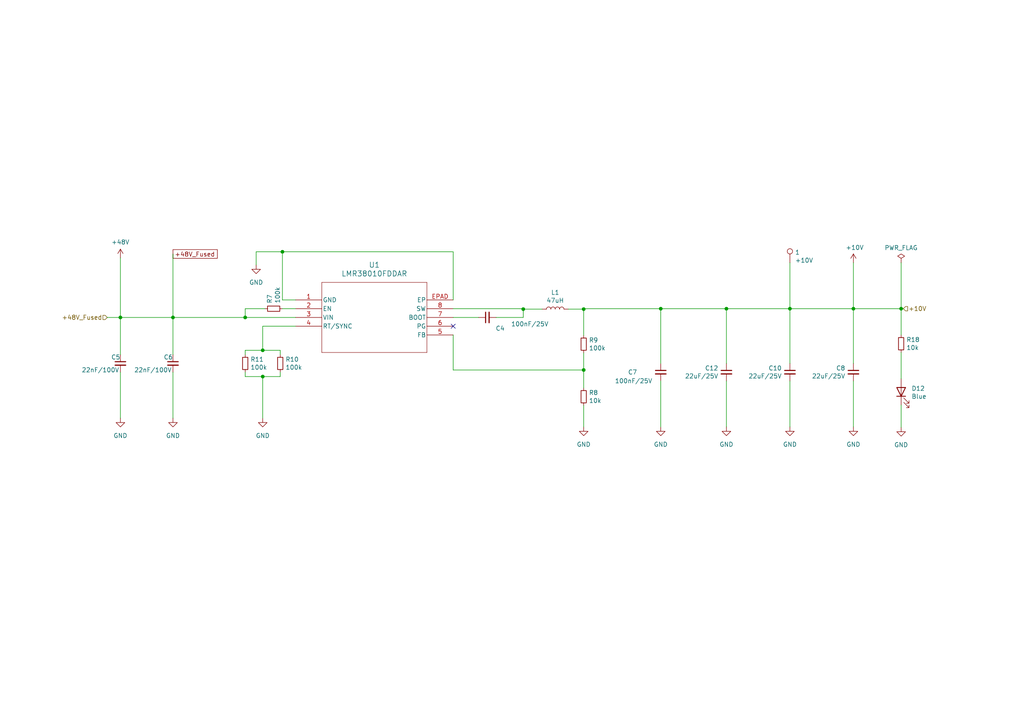
<source format=kicad_sch>
(kicad_sch (version 20230121) (generator eeschema)
  (paper "A4")
  (title_block (title "10V Supply") (date "2024-02-20") (rev "2") (comment 1 "L 22uH") (comment 2 "Cout 3x22uF") (comment 3 "Cin na 100V") (comment 4 "Upravy: Cboot kvalitní keramika"))
  (lib_symbols
    (symbol "Connector:TestPoint" (pin_numbers hide) (pin_names (offset 0.762) hide)
      (property "Reference" "TP" (at 0 6.858 0))
      (property "Value" "TestPoint" (at 0 5.08 0))
      (symbol "TestPoint_0_1"
        (circle (center 0 3.302) (radius 0.762))
      )
      (symbol "TestPoint_1_1"
        (pin passive line (at 0 0 90) (length 2.54) (name "1") (number "1"))
      )
    )
    (symbol "Device:C_Small" (pin_numbers hide) (pin_names (offset 0.254) hide)
      (property "Reference" "C" (at 0.254 1.778 0))
      (property "Value" "C_Small" (at 0.254 -2.032 0))
      (symbol "C_Small_0_1"
        (polyline (pts (xy -1.524 -0.508) (xy 1.524 -0.508)) (stroke (width 0.3302)))
        (polyline (pts (xy -1.524 0.508) (xy 1.524 0.508)) (stroke (width 0.3048)))
      )
      (symbol "C_Small_1_1"
        (pin passive line (at 0 2.54 270) (length 2.032) (name "~") (number "1"))
        (pin passive line (at 0 -2.54 90) (length 2.032) (name "~") (number "2"))
      )
    )
    (symbol "Device:L" (pin_numbers hide) (pin_names (offset 1.016) hide)
      (property "Reference" "L" (at -1.27 0 90))
      (property "Value" "L" (at 1.905 0 90))
      (symbol "L_0_1"
        (arc (start 0 -2.54) (mid 0.6323 -1.905) (end 0 -1.27))
        (arc (start 0 -1.27) (mid 0.6323 -0.635) (end 0 0))
        (arc (start 0 0) (mid 0.6323 0.635) (end 0 1.27))
        (arc (start 0 1.27) (mid 0.6323 1.905) (end 0 2.54))
      )
      (symbol "L_1_1"
        (pin passive line (at 0 3.81 270) (length 1.27) (name "1") (number "1"))
        (pin passive line (at 0 -3.81 90) (length 1.27) (name "2") (number "2"))
      )
    )
    (symbol "Device:LED" (pin_numbers hide) (pin_names (offset 1.016) hide)
      (property "Reference" "D" (at 0 2.54 0))
      (property "Value" "LED" (at 0 -2.54 0))
      (symbol "LED_0_1"
        (polyline (pts (xy -1.27 -1.27) (xy -1.27 1.27)) (stroke (width 0.254)))
        (polyline (pts (xy -1.27 0) (xy 1.27 0)))
        (polyline (pts (xy 1.27 -1.27) (xy 1.27 1.27) (xy -1.27 0) (xy 1.27 -1.27)) (stroke (width 0.254)))
        (polyline (pts (xy -3.048 -0.762) (xy -4.572 -2.286) (xy -3.81 -2.286) (xy -4.572 -2.286) (xy -4.572 -1.524)))
        (polyline (pts (xy -1.778 -0.762) (xy -3.302 -2.286) (xy -2.54 -2.286) (xy -3.302 -2.286) (xy -3.302 -1.524)))
      )
      (symbol "LED_1_1"
        (pin passive line (at -3.81 0 0) (length 2.54) (name "K") (number "1"))
        (pin passive line (at 3.81 0 180) (length 2.54) (name "A") (number "2"))
      )
    )
    (symbol "Device:R_Small" (pin_numbers hide) (pin_names (offset 0.254) hide)
      (property "Reference" "R" (at 0.762 0.508 0))
      (property "Value" "R_Small" (at 0.762 -1.016 0))
      (symbol "R_Small_0_1"
        (rectangle (start -0.762 1.778) (end 0.762 -1.778) (stroke (width 0.2032)))
      )
      (symbol "R_Small_1_1"
        (pin passive line (at 0 2.54 270) (length 0.762) (name "~") (number "1"))
        (pin passive line (at 0 -2.54 90) (length 0.762) (name "~") (number "2"))
      )
    )
    (symbol "LMR38010:LMR38010FDDAR" (pin_names (offset 0.254))
      (property "Reference" "U" (at 22.86 10.16 0))
      (property "Value" "LMR38010FDDAR" (at 22.86 7.62 0))
      (symbol "LMR38010FDDAR_0_1"
        (polyline (pts (xy 7.62 -15.24) (xy 38.1 -15.24)) (stroke (width 0.127)))
        (polyline (pts (xy 7.62 5.08) (xy 7.62 -15.24)) (stroke (width 0.127)))
        (polyline (pts (xy 38.1 -15.24) (xy 38.1 5.08)) (stroke (width 0.127)))
        (polyline (pts (xy 38.1 5.08) (xy 7.62 5.08)) (stroke (width 0.127)))
        (pin power_out line (at 0 0 0) (length 7.62) (name "GND") (number "1"))
        (pin unspecified line (at 0 -2.54 0) (length 7.62) (name "EN") (number "2"))
        (pin power_in line (at 0 -5.08 0) (length 7.62) (name "VIN") (number "3"))
        (pin unspecified line (at 0 -7.62 0) (length 7.62) (name "RT/SYNC") (number "4"))
        (pin unspecified line (at 45.72 -10.16 180) (length 7.62) (name "FB") (number "5"))
        (pin unspecified line (at 45.72 -7.62 180) (length 7.62) (name "PG") (number "6"))
        (pin power_in line (at 45.72 -5.08 180) (length 7.62) (name "BOOT") (number "7"))
        (pin power_in line (at 45.72 -2.54 180) (length 7.62) (name "SW") (number "8"))
        (pin power_out line (at 45.72 0 180) (length 7.62) (name "EP") (number "EPAD"))
      )
    )
    (symbol "power:+10V" (power) (pin_names (offset 0))
      (property "Value" "+10V" (at 0 3.556 0))
      (symbol "+10V_0_1"
        (polyline (pts (xy -0.762 1.27) (xy 0 2.54)))
        (polyline (pts (xy 0 0) (xy 0 2.54)))
        (polyline (pts (xy 0 2.54) (xy 0.762 1.27)))
      )
      (symbol "+10V_1_1"
        (pin power_in line (at 0 0 90) (length 0) hide (name "+10V") (number "1"))
      )
    )
    (symbol "power:+48V" (power) (pin_names (offset 0))
      (property "Value" "+48V" (at 0 3.556 0))
      (symbol "+48V_0_1"
        (polyline (pts (xy -0.762 1.27) (xy 0 2.54)))
        (polyline (pts (xy 0 0) (xy 0 2.54)))
        (polyline (pts (xy 0 2.54) (xy 0.762 1.27)))
      )
      (symbol "+48V_1_1"
        (pin power_in line (at 0 0 90) (length 0) hide (name "+48V") (number "1"))
      )
    )
    (symbol "power:GND" (power) (pin_names (offset 0))
      (property "Value" "GND" (at 0 -3.81 0))
      (symbol "GND_0_1"
        (polyline (pts (xy 0 0) (xy 0 -1.27) (xy 1.27 -1.27) (xy 0 -2.54) (xy -1.27 -1.27) (xy 0 -1.27)))
      )
      (symbol "GND_1_1"
        (pin power_in line (at 0 0 270) (length 0) hide (name "GND") (number "1"))
      )
    )
    (symbol "power:PWR_FLAG" (power) (pin_numbers hide) (pin_names (offset 0) hide)
      (property "Value" "PWR_FLAG" (at 0 3.81 0))
      (symbol "PWR_FLAG_0_0"
        (pin power_out line (at 0 0 90) (length 0) (name "pwr") (number "1"))
      )
      (symbol "PWR_FLAG_0_1"
        (polyline (pts (xy 0 0) (xy 0 1.27) (xy -1.016 1.905) (xy 0 2.54) (xy 1.016 1.905) (xy 0 1.27)))
      )
    )
  )
  (junction (at 247.523 89.535))
  (junction (at 169.291 89.662))
  (junction (at 229.108 89.535))
  (junction (at 169.291 107.315))
  (junction (at 81.915 73.025))
  (junction (at 151.765 89.662))
  (junction (at 50.165 92.075))
  (junction (at 210.693 89.535))
  (junction (at 191.643 89.535))
  (junction (at 76.2 109.22))
  (junction (at 76.2 101.6))
  (junction (at 261.366 89.535))
  (junction (at 71.12 92.075))
  (junction (at 34.925 92.075))
  (no_connect (at 131.445 94.615))
  (wire (pts (xy 71.12 89.535) (xy 71.12 92.075)))
  (wire (pts (xy 247.523 110.49) (xy 247.523 123.825)))
  (wire (pts (xy 151.765 92.075) (xy 151.765 89.662)))
  (wire (pts (xy 34.925 107.95) (xy 34.925 121.285)))
  (wire (pts (xy 50.165 92.075) (xy 71.12 92.075)))
  (wire (pts (xy 81.28 102.87) (xy 81.28 101.6)))
  (wire (pts (xy 151.765 89.662) (xy 151.765 89.535)))
  (wire (pts (xy 50.165 73.66) (xy 50.165 92.075)))
  (wire (pts (xy 169.291 89.662) (xy 169.418 89.662)))
  (wire (pts (xy 169.291 102.362) (xy 169.291 107.315)))
  (wire (pts (xy 131.445 89.535) (xy 151.765 89.535)))
  (wire (pts (xy 131.445 73.025) (xy 81.915 73.025)))
  (wire (pts (xy 262.001 89.535) (xy 261.366 89.535)))
  (wire (pts (xy 76.2 109.22) (xy 76.2 121.285)))
  (wire (pts (xy 31.115 92.075) (xy 34.925 92.075)))
  (wire (pts (xy 169.291 89.662) (xy 169.291 97.282)))
  (wire (pts (xy 81.915 73.025) (xy 74.295 73.025)))
  (wire (pts (xy 169.418 89.535) (xy 191.643 89.535)))
  (wire (pts (xy 210.693 89.535) (xy 210.693 105.41)))
  (wire (pts (xy 81.915 86.995) (xy 85.725 86.995)))
  (wire (pts (xy 85.725 89.535) (xy 81.915 89.535)))
  (wire (pts (xy 210.693 110.49) (xy 210.693 123.825)))
  (wire (pts (xy 261.366 89.535) (xy 261.366 97.155)))
  (wire (pts (xy 131.445 86.995) (xy 131.445 73.025)))
  (wire (pts (xy 169.291 123.825) (xy 169.291 117.602)))
  (wire (pts (xy 76.835 89.535) (xy 71.12 89.535)))
  (wire (pts (xy 71.12 92.075) (xy 85.725 92.075)))
  (wire (pts (xy 34.925 102.87) (xy 34.925 92.075)))
  (wire (pts (xy 191.643 89.535) (xy 210.693 89.535)))
  (wire (pts (xy 229.108 76.2) (xy 229.108 89.535)))
  (wire (pts (xy 131.445 92.075) (xy 138.811 92.075)))
  (wire (pts (xy 247.523 89.535) (xy 261.366 89.535)))
  (wire (pts (xy 131.445 97.155) (xy 131.445 107.315)))
  (wire (pts (xy 169.418 89.535) (xy 169.418 89.662)))
  (wire (pts (xy 76.2 101.6) (xy 71.12 101.6)))
  (wire (pts (xy 81.28 107.95) (xy 81.28 109.22)))
  (wire (pts (xy 164.846 89.662) (xy 169.291 89.662)))
  (wire (pts (xy 76.2 109.22) (xy 71.12 109.22)))
  (wire (pts (xy 151.765 89.662) (xy 157.226 89.662)))
  (wire (pts (xy 71.12 109.22) (xy 71.12 107.95)))
  (wire (pts (xy 247.523 76.2) (xy 247.523 89.535)))
  (wire (pts (xy 261.366 76.2) (xy 261.366 89.535)))
  (wire (pts (xy 191.643 89.535) (xy 191.643 105.41)))
  (wire (pts (xy 229.108 110.49) (xy 229.108 123.825)))
  (wire (pts (xy 76.2 94.615) (xy 76.2 101.6)))
  (wire (pts (xy 71.12 101.6) (xy 71.12 102.87)))
  (wire (pts (xy 229.108 89.535) (xy 229.108 105.41)))
  (wire (pts (xy 34.925 74.803) (xy 34.925 92.075)))
  (wire (pts (xy 50.165 102.87) (xy 50.165 92.075)))
  (wire (pts (xy 143.891 92.075) (xy 151.765 92.075)))
  (wire (pts (xy 76.2 101.6) (xy 81.28 101.6)))
  (wire (pts (xy 74.295 73.025) (xy 74.295 76.835)))
  (wire (pts (xy 261.366 102.235) (xy 261.366 109.855)))
  (wire (pts (xy 210.693 89.535) (xy 229.108 89.535)))
  (wire (pts (xy 34.925 92.075) (xy 50.165 92.075)))
  (wire (pts (xy 50.165 107.95) (xy 50.165 121.285)))
  (wire (pts (xy 81.915 86.995) (xy 81.915 73.025)))
  (wire (pts (xy 261.366 117.475) (xy 261.366 123.952)))
  (wire (pts (xy 247.523 89.535) (xy 247.523 105.41)))
  (wire (pts (xy 76.2 94.615) (xy 85.725 94.615)))
  (wire (pts (xy 229.108 89.535) (xy 247.523 89.535)))
  (wire (pts (xy 81.28 109.22) (xy 76.2 109.22)))
  (wire (pts (xy 169.291 107.315) (xy 169.291 112.522)))
  (wire (pts (xy 191.643 110.49) (xy 191.643 123.825)))
  (wire (pts (xy 131.445 107.315) (xy 169.291 107.315)))
  (global_label "+48V_Fused" (shape passive) (at 50.165 73.66 0) (property "Intersheetrefs" "${INTERSHEET_REFS}" (effects hide)))
  (hierarchical_label "+48V_Fused" (shape input) (at 31.115 92.075 180))
  (hierarchical_label "+10V" (shape input) (at 262.001 89.535 0))
  (symbol (lib_id "Connector:TestPoint") (at 229.108 76.2 0) (unit 1) (in_bom no)
    (property "Reference" "1" (at 230.5812 73.2028 0) (effects (justify left)))
    (property "Value" "+10V" (at 230.5812 75.5142 0) (effects (justify left)))
    (property "Footprint" "TestPoint:TestPoint_Pad_1.5x1.5mm" (effects hide))
  )
  (symbol (lib_id "power:GND") (at 169.291 123.825 0) (unit 1)
    (property "Reference" "#PWR020" (effects hide))
    (property "Value" "GND" (at 169.291 128.905 0))
  )
  (symbol (lib_id "Device:C_Small") (at 34.925 105.41 0) (unit 1)
    (property "Reference" "C5" (at 34.925 102.87 0) (effects (justify right top)))
    (property "Value" "22nF/100V " (at 35.56 107.315 0) (effects (justify right)))
    (property "Footprint" "Capacitor_SMD:C_0603_1608Metric" (effects hide))
    (property "Datasheet" "https://cz.mouser.com/datasheet/2/447/KEM_C1002_X7R_SMD-3316098.pdf" (effects hide))
    (property "Vendor" "https://cz.mouser.com/ProductDetail/KEMET/C0603C223K1RACTU?qs=XbM9o1La6yBUeoWn89gwrQ%3D%3D" (effects hide))
    (property "CENA" "2,23" (effects hide))
    (property "MNUMBER " "C0603C223K1RACTU" (effects hide))
    (property "OBJCISLO" "80-C0603C223K1R" (effects hide))
  )
  (symbol (lib_id "Device:C_Small") (at 229.108 107.95 0) (mirror y) (unit 1)
    (property "Reference" "C10" (at 226.7712 106.7816 0) (effects (justify left)))
    (property "Value" "22uF/25V" (at 226.7712 109.093 0) (effects (justify left)))
    (property "Footprint" "Capacitor_SMD:C_0805_2012Metric" (effects hide))
    (property "Datasheet" "https://cz.mouser.com/datasheet/2/585/MLCC-1837944.pdf" (effects hide))
    (property "Vendor" "https://cz.mouser.com/ProductDetail/Samsung-Electro-Mechanics/CL21A226MAYNNNE?qs=xZ%2FP%252Ba9zWqY%2FVvCfXjMhqg%3D%3D" (effects hide))
    (property "CENA" "5,59" (effects hide))
    (property "MNUMBER " "CL21A226MAYNNNE " (effects hide))
    (property "OBJCISLO" "187-CL21A226MAYNNNE " (effects hide))
  )
  (symbol (lib_id "power:+48V") (at 34.925 74.803 0) (unit 1)
    (property "Reference" "#PWR0117" (effects hide))
    (property "Value" "+48V" (at 34.925 70.231 0))
  )
  (symbol (lib_id "Device:C_Small") (at 141.351 92.075 90) (unit 1)
    (property "Reference" "C4" (at 146.431 95.25 90) (effects (justify left)))
    (property "Value" "100nF/25V" (at 159.131 93.98 90) (effects (justify left)))
    (property "Footprint" "Capacitor_SMD:C_0603_1608Metric" (effects hide))
    (property "Datasheet" "https://cz.mouser.com/datasheet/2/585/MLCC_Automotive-1837966.pdf" (effects hide))
    (property "Vendor" "https://cz.mouser.com/ProductDetail/KEMET/C0603C104M3RACTU?qs=7q2aiX3Gdlh4qBRaMcnohQ%3D%3D" (effects hide))
    (property "CENA" "2,23" (effects hide))
    (property "MNUMBER " "CL10B104KA8WPNC " (effects hide))
    (property "OBJCISLO" "187-CL10B104KA8WPNC" (effects hide))
    (property "POZN" "v cimře" (effects hide))
  )
  (symbol (lib_id "power:GND") (at 191.643 123.825 0) (unit 1)
    (property "Reference" "#PWR021" (effects hide))
    (property "Value" "GND" (at 191.643 128.905 0))
  )
  (symbol (lib_id "power:PWR_FLAG") (at 261.366 76.2 0) (unit 1)
    (property "Reference" "#FLG01" (effects hide))
    (property "Value" "PWR_FLAG" (at 261.366 71.882 0))
  )
  (symbol (lib_id "Device:C_Small") (at 191.643 107.95 0) (unit 1)
    (property "Reference" "C7" (at 182.118 107.95 0) (effects (justify left)))
    (property "Value" "100nF/25V" (at 178.308 110.49 0) (effects (justify left)))
    (property "Footprint" "Capacitor_SMD:C_0603_1608Metric" (effects hide))
    (property "Datasheet" "https://cz.mouser.com/datasheet/2/585/MLCC_Automotive-1837966.pdf" (effects hide))
    (property "Vendor" "https://cz.mouser.com/ProductDetail/KEMET/C0603C104M3RACTU?qs=7q2aiX3Gdlh4qBRaMcnohQ%3D%3D" (effects hide))
    (property "CENA" "2,23" (effects hide))
    (property "MNUMBER " "CL10B104KA8WPNC " (effects hide))
    (property "OBJCISLO" "187-CL10B104KA8WPNC" (effects hide))
    (property "POZN" "v cimře" (effects hide))
  )
  (symbol (lib_id "Device:R_Small") (at 169.291 115.062 0) (unit 1)
    (property "Reference" "R8" (at 170.7896 113.8936 0) (effects (justify left)))
    (property "Value" "10k" (at 170.7896 116.205 0) (effects (justify left)))
    (property "Footprint" "Resistor_SMD:R_0603_1608Metric" (effects hide))
    (property "Datasheet" "https://www.vishay.com/docs/20035/dcrcwe3.pdf" (effects hide))
    (property "Vendor" "https://cz.mouser.com/ProductDetail/Vishay-Dale/CRCW060310K0FKECC?qs=sGAEpiMZZMtlubZbdhIBIEVnJA25NYWZA%2FPRECDZuYc%3D" (effects hide))
    (property "CENA" "2,23" (effects hide))
    (property "MNUMBER " "CRCW060310K0FKECC " (effects hide))
    (property "OBJCISLO" "71-CRCW060310K0FKECC " (effects hide))
  )
  (symbol (lib_id "Device:LED") (at 261.366 113.665 90) (unit 1)
    (property "Reference" "D12" (at 264.3632 112.6744 90) (effects (justify right)))
    (property "Value" "Blue" (at 264.3632 114.9858 90) (effects (justify right)))
    (property "Footprint" "Diode_SMD:D_0603_1608Metric" (effects hide))
    (property "Datasheet" "https://cz.mouser.com/datasheet/2/239/Lite-On-LTST-C193TBKT-5A-1175300.pdf" (effects hide))
    (property "Vendor" "https://cz.mouser.com/ProductDetail/Lite-On/LTST-C193TBKT-5A?qs=xIkB7y1OTorvzzuuxuVkOA%3D%3D" (effects hide))
    (property "CENA" "6,48" (effects hide))
    (property "MNUMBER " "LTSTC193TBKT5A" (effects hide))
    (property "OBJCISLO" "859-LTSTC193TBKT5A" (effects hide))
    (property "POZN" "v cimře" (effects hide))
  )
  (symbol (lib_id "power:GND") (at 34.925 121.285 0) (unit 1)
    (property "Reference" "#PWR016" (effects hide))
    (property "Value" "GND" (at 34.925 126.365 0))
  )
  (symbol (lib_id "Device:C_Small") (at 50.165 105.41 0) (unit 1)
    (property "Reference" "C6" (at 50.165 102.87 0) (effects (justify right top)))
    (property "Value" "22nF/100V " (at 50.8 107.315 0) (effects (justify right)))
    (property "Footprint" "Capacitor_SMD:C_0603_1608Metric" (effects hide))
    (property "Datasheet" "https://cz.mouser.com/datasheet/2/447/KEM_C1002_X7R_SMD-3316098.pdf" (effects hide))
    (property "Vendor" "https://cz.mouser.com/ProductDetail/KEMET/C0603C223K1RACTU?qs=XbM9o1La6yBUeoWn89gwrQ%3D%3D" (effects hide))
    (property "CENA" "2,23" (effects hide))
    (property "MNUMBER " "C0603C223K1RACTU" (effects hide))
    (property "OBJCISLO" "80-C0603C223K1R" (effects hide))
  )
  (symbol (lib_id "power:+10V") (at 247.523 76.2 0) (unit 1)
    (property "Reference" "#PWR024" (effects hide))
    (property "Value" "+10V" (at 247.904 71.8058 0))
  )
  (symbol (lib_id "Device:R_Small") (at 79.375 89.535 90) (unit 1)
    (property "Reference" "R7" (at 78.2066 88.0364 0) (effects (justify left)))
    (property "Value" "100k" (at 80.518 88.0364 0) (effects (justify left)))
    (property "Footprint" "Resistor_SMD:R_0603_1608Metric" (effects hide))
    (property "Datasheet" "https://www.tme.eu/Document/326d66a3afe39e93e71f6e8db4b86cca/ASC_WF08P-06P_V05.pdf" (effects hide))
    (property "Vendor" "https://www.tme.eu/cz/details/wf06p-100k-5%25/rezistory-smd/walsin/wf06p104jtl/" (effects hide))
    (property "CENA" "2,45" (effects hide))
    (property "MNUMBER " "WF06P104JTL" (effects hide))
    (property "OBJCISLO" "WF06P-100K-5" (effects hide))
    (property "POZN" "v cimře" (effects hide))
  )
  (symbol (lib_id "Device:C_Small") (at 210.693 107.95 0) (mirror y) (unit 1)
    (property "Reference" "C12" (at 208.3562 106.7816 0) (effects (justify left)))
    (property "Value" "22uF/25V" (at 208.3562 109.093 0) (effects (justify left)))
    (property "Footprint" "Capacitor_SMD:C_0805_2012Metric" (effects hide))
    (property "Datasheet" "https://cz.mouser.com/datasheet/2/585/MLCC-1837944.pdf" (effects hide))
    (property "Vendor" "https://cz.mouser.com/ProductDetail/Samsung-Electro-Mechanics/CL21A226MAYNNNE?qs=xZ%2FP%252Ba9zWqY%2FVvCfXjMhqg%3D%3D" (effects hide))
    (property "CENA" "5,59" (effects hide))
    (property "MNUMBER " "CL21A226MAYNNNE " (effects hide))
    (property "OBJCISLO" "187-CL21A226MAYNNNE " (effects hide))
  )
  (symbol (lib_id "power:GND") (at 76.2 121.285 0) (unit 1)
    (property "Reference" "#PWR019" (effects hide))
    (property "Value" "GND" (at 76.2 126.365 0))
  )
  (symbol (lib_id "Device:C_Small") (at 247.523 107.95 0) (mirror y) (unit 1)
    (property "Reference" "C8" (at 245.1862 106.7816 0) (effects (justify left)))
    (property "Value" "22uF/25V" (at 245.1862 109.093 0) (effects (justify left)))
    (property "Footprint" "Capacitor_SMD:C_0805_2012Metric" (effects hide))
    (property "Datasheet" "https://cz.mouser.com/datasheet/2/585/MLCC-1837944.pdf" (effects hide))
    (property "Vendor" "https://cz.mouser.com/ProductDetail/Samsung-Electro-Mechanics/CL21A226MAYNNNE?qs=xZ%2FP%252Ba9zWqY%2FVvCfXjMhqg%3D%3D" (effects hide))
    (property "CENA" "5,59" (effects hide))
    (property "MNUMBER " "CL21A226MAYNNNE " (effects hide))
    (property "OBJCISLO" "187-CL21A226MAYNNNE " (effects hide))
  )
  (symbol (lib_id "Device:L") (at 161.036 89.662 90) (unit 1)
    (property "Reference" "L1" (at 161.036 84.836 90))
    (property "Value" "47uH" (at 161.036 87.1474 90))
    (property "Footprint" "Inductor_SMD:L_Cenker_CKCS6045" (effects hide))
    (property "Datasheet" "https://cz.mouser.com/datasheet/2/54/SRN6045HA_datasheet-2498144.pdf" (effects hide))
    (property "Vendor" "https://cz.mouser.com/ProductDetail/Bourns/SRN6045HA-470M?qs=e8oIoAS2J1TQqJ%2FyaON1CQ%3D%3D" (effects hide))
    (property "CENA" "4.68" (effects hide))
    (property "MNUMBER " "SRN6045HA-470M " (effects hide))
    (property "OBJCISLO" "652-SRN6045HA-470M " (effects hide))
  )
  (symbol (lib_id "LMR38010:LMR38010FDDAR") (at 85.725 86.995 0) (unit 1)
    (property "Reference" "U1" (at 108.585 76.835 0) (effects (font (size 1.524 1.524))))
    (property "Value" "LMR38010FDDAR" (at 108.585 79.375 0) (effects (font (size 1.524 1.524))))
    (property "Footprint" "LMR38010:LMR38010FDDAR_TEX-L" (effects hide))
    (property "Datasheet" "https://www.ti.com/lit/gpn/lmr38010" (effects hide))
    (property "MNUMBER " "LMR38010FDDAR" (effects hide))
    (property "OBJCISLO" "595-LMR38010FDDAR " (effects hide))
    (property "Vendor" "https://cz.mouser.com/ProductDetail/Texas-Instruments/LMR38010FDDAR?qs=Li%252BoUPsLEntSISRTZRSlig%3D%3D" (effects hide))
    (property "CENA" "60,96" (effects hide))
  )
  (symbol (lib_id "Device:R_Small") (at 169.291 99.822 0) (unit 1)
    (property "Reference" "R9" (at 170.7896 98.6536 0) (effects (justify left)))
    (property "Value" "100k" (at 170.7896 100.965 0) (effects (justify left)))
    (property "Footprint" "Resistor_SMD:R_0603_1608Metric" (effects hide))
    (property "Datasheet" "https://www.tme.eu/Document/326d66a3afe39e93e71f6e8db4b86cca/ASC_WF08P-06P_V05.pdf" (effects hide))
    (property "Vendor" "https://www.tme.eu/cz/details/wf06p-100k-5%25/rezistory-smd/walsin/wf06p104jtl/" (effects hide))
    (property "CENA" "2,45" (effects hide))
    (property "MNUMBER " "WF06P104JTL" (effects hide))
    (property "OBJCISLO" "WF06P-100K-5" (effects hide))
    (property "POZN" "v cimře" (effects hide))
  )
  (symbol (lib_id "power:GND") (at 261.366 123.952 0) (unit 1)
    (property "Reference" "#PWR014" (effects hide))
    (property "Value" "GND" (at 261.366 129.032 0))
  )
  (symbol (lib_id "Device:R_Small") (at 71.12 105.41 0) (unit 1)
    (property "Reference" "R11" (at 72.6186 104.2416 0) (effects (justify left)))
    (property "Value" "100k" (at 72.6186 106.553 0) (effects (justify left)))
    (property "Footprint" "Resistor_SMD:R_0603_1608Metric" (effects hide))
    (property "Datasheet" "https://www.tme.eu/Document/326d66a3afe39e93e71f6e8db4b86cca/ASC_WF08P-06P_V05.pdf" (effects hide))
    (property "Vendor" "https://www.tme.eu/cz/details/wf06p-100k-5%25/rezistory-smd/walsin/wf06p104jtl/" (effects hide))
    (property "CENA" "2,45" (effects hide))
    (property "MNUMBER " "WF06P104JTL" (effects hide))
    (property "OBJCISLO" "WF06P-100K-5" (effects hide))
    (property "POZN" "v cimře" (effects hide))
  )
  (symbol (lib_id "power:GND") (at 210.693 123.825 0) (unit 1)
    (property "Reference" "#PWR022" (effects hide))
    (property "Value" "GND" (at 210.693 128.905 0))
  )
  (symbol (lib_id "power:GND") (at 247.523 123.825 0) (unit 1)
    (property "Reference" "#PWR025" (effects hide))
    (property "Value" "GND" (at 247.523 128.905 0))
  )
  (symbol (lib_id "power:GND") (at 74.295 76.835 0) (unit 1)
    (property "Reference" "#PWR018" (effects hide))
    (property "Value" "GND" (at 74.295 81.915 0))
  )
  (symbol (lib_id "Device:R_Small") (at 81.28 105.41 0) (unit 1)
    (property "Reference" "R10" (at 82.7786 104.2416 0) (effects (justify left)))
    (property "Value" "100k" (at 82.7786 106.553 0) (effects (justify left)))
    (property "Footprint" "Resistor_SMD:R_0603_1608Metric" (effects hide))
    (property "Datasheet" "https://www.tme.eu/Document/326d66a3afe39e93e71f6e8db4b86cca/ASC_WF08P-06P_V05.pdf" (effects hide))
    (property "Vendor" "https://www.tme.eu/cz/details/wf06p-100k-5%25/rezistory-smd/walsin/wf06p104jtl/" (effects hide))
    (property "CENA" "2,45" (effects hide))
    (property "MNUMBER " "WF06P104JTL" (effects hide))
    (property "OBJCISLO" "WF06P-100K-5" (effects hide))
    (property "POZN" "v cimře" (effects hide))
  )
  (symbol (lib_id "Device:R_Small") (at 261.366 99.695 0) (unit 1)
    (property "Reference" "R18" (at 262.8646 98.5266 0) (effects (justify left)))
    (property "Value" "10k" (at 262.8646 100.838 0) (effects (justify left)))
    (property "Footprint" "Resistor_SMD:R_0603_1608Metric" (effects hide))
    (property "Datasheet" "https://www.vishay.com/docs/20035/dcrcwe3.pdf" (effects hide))
    (property "Vendor" "https://cz.mouser.com/ProductDetail/Vishay-Dale/CRCW060310K0FKECC?qs=sGAEpiMZZMtlubZbdhIBIEVnJA25NYWZA%2FPRECDZuYc%3D" (effects hide))
    (property "CENA" "2,23" (effects hide))
    (property "MNUMBER " "CRCW060310K0FKECC " (effects hide))
    (property "OBJCISLO" "71-CRCW060310K0FKECC " (effects hide))
  )
  (symbol (lib_id "power:GND") (at 229.108 123.825 0) (unit 1)
    (property "Reference" "#PWR023" (effects hide))
    (property "Value" "GND" (at 229.108 128.905 0))
  )
  (symbol (lib_id "power:GND") (at 50.165 121.285 0) (unit 1)
    (property "Reference" "#PWR017" (effects hide))
    (property "Value" "GND" (at 50.165 126.365 0))
  )
)
</source>
